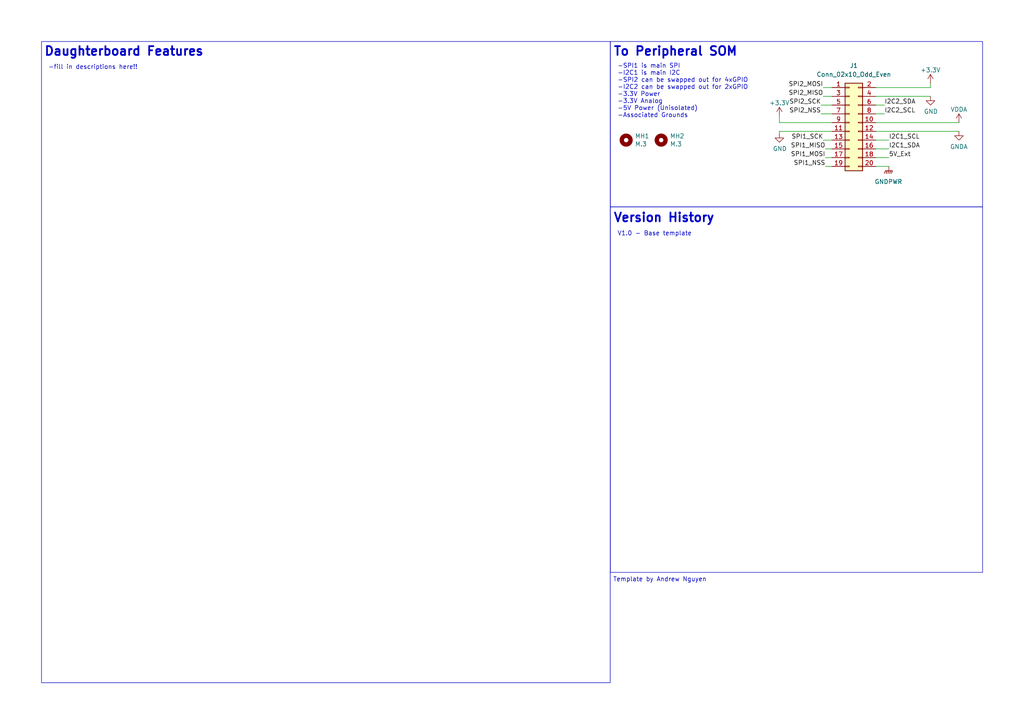
<source format=kicad_sch>
(kicad_sch (version 20230121) (generator eeschema)

  (uuid 637f68f0-cb9c-412a-8573-5d8e7ef6d8a2)

  (paper "A4")

  (lib_symbols
    (symbol "Connector_Generic:Conn_02x10_Odd_Even" (pin_names (offset 1.016) hide) (in_bom yes) (on_board yes)
      (property "Reference" "J" (at 1.27 12.7 0)
        (effects (font (size 1.27 1.27)))
      )
      (property "Value" "Conn_02x10_Odd_Even" (at 1.27 -15.24 0)
        (effects (font (size 1.27 1.27)))
      )
      (property "Footprint" "" (at 0 0 0)
        (effects (font (size 1.27 1.27)) hide)
      )
      (property "Datasheet" "~" (at 0 0 0)
        (effects (font (size 1.27 1.27)) hide)
      )
      (property "ki_keywords" "connector" (at 0 0 0)
        (effects (font (size 1.27 1.27)) hide)
      )
      (property "ki_description" "Generic connector, double row, 02x10, odd/even pin numbering scheme (row 1 odd numbers, row 2 even numbers), script generated (kicad-library-utils/schlib/autogen/connector/)" (at 0 0 0)
        (effects (font (size 1.27 1.27)) hide)
      )
      (property "ki_fp_filters" "Connector*:*_2x??_*" (at 0 0 0)
        (effects (font (size 1.27 1.27)) hide)
      )
      (symbol "Conn_02x10_Odd_Even_1_1"
        (rectangle (start -1.27 -12.573) (end 0 -12.827)
          (stroke (width 0.1524) (type default))
          (fill (type none))
        )
        (rectangle (start -1.27 -10.033) (end 0 -10.287)
          (stroke (width 0.1524) (type default))
          (fill (type none))
        )
        (rectangle (start -1.27 -7.493) (end 0 -7.747)
          (stroke (width 0.1524) (type default))
          (fill (type none))
        )
        (rectangle (start -1.27 -4.953) (end 0 -5.207)
          (stroke (width 0.1524) (type default))
          (fill (type none))
        )
        (rectangle (start -1.27 -2.413) (end 0 -2.667)
          (stroke (width 0.1524) (type default))
          (fill (type none))
        )
        (rectangle (start -1.27 0.127) (end 0 -0.127)
          (stroke (width 0.1524) (type default))
          (fill (type none))
        )
        (rectangle (start -1.27 2.667) (end 0 2.413)
          (stroke (width 0.1524) (type default))
          (fill (type none))
        )
        (rectangle (start -1.27 5.207) (end 0 4.953)
          (stroke (width 0.1524) (type default))
          (fill (type none))
        )
        (rectangle (start -1.27 7.747) (end 0 7.493)
          (stroke (width 0.1524) (type default))
          (fill (type none))
        )
        (rectangle (start -1.27 10.287) (end 0 10.033)
          (stroke (width 0.1524) (type default))
          (fill (type none))
        )
        (rectangle (start -1.27 11.43) (end 3.81 -13.97)
          (stroke (width 0.254) (type default))
          (fill (type background))
        )
        (rectangle (start 3.81 -12.573) (end 2.54 -12.827)
          (stroke (width 0.1524) (type default))
          (fill (type none))
        )
        (rectangle (start 3.81 -10.033) (end 2.54 -10.287)
          (stroke (width 0.1524) (type default))
          (fill (type none))
        )
        (rectangle (start 3.81 -7.493) (end 2.54 -7.747)
          (stroke (width 0.1524) (type default))
          (fill (type none))
        )
        (rectangle (start 3.81 -4.953) (end 2.54 -5.207)
          (stroke (width 0.1524) (type default))
          (fill (type none))
        )
        (rectangle (start 3.81 -2.413) (end 2.54 -2.667)
          (stroke (width 0.1524) (type default))
          (fill (type none))
        )
        (rectangle (start 3.81 0.127) (end 2.54 -0.127)
          (stroke (width 0.1524) (type default))
          (fill (type none))
        )
        (rectangle (start 3.81 2.667) (end 2.54 2.413)
          (stroke (width 0.1524) (type default))
          (fill (type none))
        )
        (rectangle (start 3.81 5.207) (end 2.54 4.953)
          (stroke (width 0.1524) (type default))
          (fill (type none))
        )
        (rectangle (start 3.81 7.747) (end 2.54 7.493)
          (stroke (width 0.1524) (type default))
          (fill (type none))
        )
        (rectangle (start 3.81 10.287) (end 2.54 10.033)
          (stroke (width 0.1524) (type default))
          (fill (type none))
        )
        (pin passive line (at -5.08 10.16 0) (length 3.81)
          (name "Pin_1" (effects (font (size 1.27 1.27))))
          (number "1" (effects (font (size 1.27 1.27))))
        )
        (pin passive line (at 7.62 0 180) (length 3.81)
          (name "Pin_10" (effects (font (size 1.27 1.27))))
          (number "10" (effects (font (size 1.27 1.27))))
        )
        (pin passive line (at -5.08 -2.54 0) (length 3.81)
          (name "Pin_11" (effects (font (size 1.27 1.27))))
          (number "11" (effects (font (size 1.27 1.27))))
        )
        (pin passive line (at 7.62 -2.54 180) (length 3.81)
          (name "Pin_12" (effects (font (size 1.27 1.27))))
          (number "12" (effects (font (size 1.27 1.27))))
        )
        (pin passive line (at -5.08 -5.08 0) (length 3.81)
          (name "Pin_13" (effects (font (size 1.27 1.27))))
          (number "13" (effects (font (size 1.27 1.27))))
        )
        (pin passive line (at 7.62 -5.08 180) (length 3.81)
          (name "Pin_14" (effects (font (size 1.27 1.27))))
          (number "14" (effects (font (size 1.27 1.27))))
        )
        (pin passive line (at -5.08 -7.62 0) (length 3.81)
          (name "Pin_15" (effects (font (size 1.27 1.27))))
          (number "15" (effects (font (size 1.27 1.27))))
        )
        (pin passive line (at 7.62 -7.62 180) (length 3.81)
          (name "Pin_16" (effects (font (size 1.27 1.27))))
          (number "16" (effects (font (size 1.27 1.27))))
        )
        (pin passive line (at -5.08 -10.16 0) (length 3.81)
          (name "Pin_17" (effects (font (size 1.27 1.27))))
          (number "17" (effects (font (size 1.27 1.27))))
        )
        (pin passive line (at 7.62 -10.16 180) (length 3.81)
          (name "Pin_18" (effects (font (size 1.27 1.27))))
          (number "18" (effects (font (size 1.27 1.27))))
        )
        (pin passive line (at -5.08 -12.7 0) (length 3.81)
          (name "Pin_19" (effects (font (size 1.27 1.27))))
          (number "19" (effects (font (size 1.27 1.27))))
        )
        (pin passive line (at 7.62 10.16 180) (length 3.81)
          (name "Pin_2" (effects (font (size 1.27 1.27))))
          (number "2" (effects (font (size 1.27 1.27))))
        )
        (pin passive line (at 7.62 -12.7 180) (length 3.81)
          (name "Pin_20" (effects (font (size 1.27 1.27))))
          (number "20" (effects (font (size 1.27 1.27))))
        )
        (pin passive line (at -5.08 7.62 0) (length 3.81)
          (name "Pin_3" (effects (font (size 1.27 1.27))))
          (number "3" (effects (font (size 1.27 1.27))))
        )
        (pin passive line (at 7.62 7.62 180) (length 3.81)
          (name "Pin_4" (effects (font (size 1.27 1.27))))
          (number "4" (effects (font (size 1.27 1.27))))
        )
        (pin passive line (at -5.08 5.08 0) (length 3.81)
          (name "Pin_5" (effects (font (size 1.27 1.27))))
          (number "5" (effects (font (size 1.27 1.27))))
        )
        (pin passive line (at 7.62 5.08 180) (length 3.81)
          (name "Pin_6" (effects (font (size 1.27 1.27))))
          (number "6" (effects (font (size 1.27 1.27))))
        )
        (pin passive line (at -5.08 2.54 0) (length 3.81)
          (name "Pin_7" (effects (font (size 1.27 1.27))))
          (number "7" (effects (font (size 1.27 1.27))))
        )
        (pin passive line (at 7.62 2.54 180) (length 3.81)
          (name "Pin_8" (effects (font (size 1.27 1.27))))
          (number "8" (effects (font (size 1.27 1.27))))
        )
        (pin passive line (at -5.08 0 0) (length 3.81)
          (name "Pin_9" (effects (font (size 1.27 1.27))))
          (number "9" (effects (font (size 1.27 1.27))))
        )
      )
    )
    (symbol "Mechanical:MountingHole" (pin_names (offset 1.016)) (in_bom yes) (on_board yes)
      (property "Reference" "H" (at 0 5.08 0)
        (effects (font (size 1.27 1.27)))
      )
      (property "Value" "MountingHole" (at 0 3.175 0)
        (effects (font (size 1.27 1.27)))
      )
      (property "Footprint" "" (at 0 0 0)
        (effects (font (size 1.27 1.27)) hide)
      )
      (property "Datasheet" "~" (at 0 0 0)
        (effects (font (size 1.27 1.27)) hide)
      )
      (property "ki_keywords" "mounting hole" (at 0 0 0)
        (effects (font (size 1.27 1.27)) hide)
      )
      (property "ki_description" "Mounting Hole without connection" (at 0 0 0)
        (effects (font (size 1.27 1.27)) hide)
      )
      (property "ki_fp_filters" "MountingHole*" (at 0 0 0)
        (effects (font (size 1.27 1.27)) hide)
      )
      (symbol "MountingHole_0_1"
        (circle (center 0 0) (radius 1.27)
          (stroke (width 1.27) (type default))
          (fill (type none))
        )
      )
    )
    (symbol "power:+3.3V" (power) (pin_names (offset 0)) (in_bom yes) (on_board yes)
      (property "Reference" "#PWR" (at 0 -3.81 0)
        (effects (font (size 1.27 1.27)) hide)
      )
      (property "Value" "+3.3V" (at 0 3.556 0)
        (effects (font (size 1.27 1.27)))
      )
      (property "Footprint" "" (at 0 0 0)
        (effects (font (size 1.27 1.27)) hide)
      )
      (property "Datasheet" "" (at 0 0 0)
        (effects (font (size 1.27 1.27)) hide)
      )
      (property "ki_keywords" "global power" (at 0 0 0)
        (effects (font (size 1.27 1.27)) hide)
      )
      (property "ki_description" "Power symbol creates a global label with name \"+3.3V\"" (at 0 0 0)
        (effects (font (size 1.27 1.27)) hide)
      )
      (symbol "+3.3V_0_1"
        (polyline
          (pts
            (xy -0.762 1.27)
            (xy 0 2.54)
          )
          (stroke (width 0) (type default))
          (fill (type none))
        )
        (polyline
          (pts
            (xy 0 0)
            (xy 0 2.54)
          )
          (stroke (width 0) (type default))
          (fill (type none))
        )
        (polyline
          (pts
            (xy 0 2.54)
            (xy 0.762 1.27)
          )
          (stroke (width 0) (type default))
          (fill (type none))
        )
      )
      (symbol "+3.3V_1_1"
        (pin power_in line (at 0 0 90) (length 0) hide
          (name "+3.3V" (effects (font (size 1.27 1.27))))
          (number "1" (effects (font (size 1.27 1.27))))
        )
      )
    )
    (symbol "power:GND" (power) (pin_names (offset 0)) (in_bom yes) (on_board yes)
      (property "Reference" "#PWR" (at 0 -6.35 0)
        (effects (font (size 1.27 1.27)) hide)
      )
      (property "Value" "GND" (at 0 -3.81 0)
        (effects (font (size 1.27 1.27)))
      )
      (property "Footprint" "" (at 0 0 0)
        (effects (font (size 1.27 1.27)) hide)
      )
      (property "Datasheet" "" (at 0 0 0)
        (effects (font (size 1.27 1.27)) hide)
      )
      (property "ki_keywords" "global power" (at 0 0 0)
        (effects (font (size 1.27 1.27)) hide)
      )
      (property "ki_description" "Power symbol creates a global label with name \"GND\" , ground" (at 0 0 0)
        (effects (font (size 1.27 1.27)) hide)
      )
      (symbol "GND_0_1"
        (polyline
          (pts
            (xy 0 0)
            (xy 0 -1.27)
            (xy 1.27 -1.27)
            (xy 0 -2.54)
            (xy -1.27 -1.27)
            (xy 0 -1.27)
          )
          (stroke (width 0) (type default))
          (fill (type none))
        )
      )
      (symbol "GND_1_1"
        (pin power_in line (at 0 0 270) (length 0) hide
          (name "GND" (effects (font (size 1.27 1.27))))
          (number "1" (effects (font (size 1.27 1.27))))
        )
      )
    )
    (symbol "power:GNDA" (power) (pin_names (offset 0)) (in_bom yes) (on_board yes)
      (property "Reference" "#PWR" (at 0 -6.35 0)
        (effects (font (size 1.27 1.27)) hide)
      )
      (property "Value" "GNDA" (at 0 -3.81 0)
        (effects (font (size 1.27 1.27)))
      )
      (property "Footprint" "" (at 0 0 0)
        (effects (font (size 1.27 1.27)) hide)
      )
      (property "Datasheet" "" (at 0 0 0)
        (effects (font (size 1.27 1.27)) hide)
      )
      (property "ki_keywords" "global power" (at 0 0 0)
        (effects (font (size 1.27 1.27)) hide)
      )
      (property "ki_description" "Power symbol creates a global label with name \"GNDA\" , analog ground" (at 0 0 0)
        (effects (font (size 1.27 1.27)) hide)
      )
      (symbol "GNDA_0_1"
        (polyline
          (pts
            (xy 0 0)
            (xy 0 -1.27)
            (xy 1.27 -1.27)
            (xy 0 -2.54)
            (xy -1.27 -1.27)
            (xy 0 -1.27)
          )
          (stroke (width 0) (type default))
          (fill (type none))
        )
      )
      (symbol "GNDA_1_1"
        (pin power_in line (at 0 0 270) (length 0) hide
          (name "GNDA" (effects (font (size 1.27 1.27))))
          (number "1" (effects (font (size 1.27 1.27))))
        )
      )
    )
    (symbol "power:GNDPWR" (power) (pin_names (offset 0)) (in_bom yes) (on_board yes)
      (property "Reference" "#PWR" (at 0 -5.08 0)
        (effects (font (size 1.27 1.27)) hide)
      )
      (property "Value" "GNDPWR" (at 0 -3.302 0)
        (effects (font (size 1.27 1.27)))
      )
      (property "Footprint" "" (at 0 -1.27 0)
        (effects (font (size 1.27 1.27)) hide)
      )
      (property "Datasheet" "" (at 0 -1.27 0)
        (effects (font (size 1.27 1.27)) hide)
      )
      (property "ki_keywords" "global ground" (at 0 0 0)
        (effects (font (size 1.27 1.27)) hide)
      )
      (property "ki_description" "Power symbol creates a global label with name \"GNDPWR\" , global ground" (at 0 0 0)
        (effects (font (size 1.27 1.27)) hide)
      )
      (symbol "GNDPWR_0_1"
        (polyline
          (pts
            (xy 0 -1.27)
            (xy 0 0)
          )
          (stroke (width 0) (type default))
          (fill (type none))
        )
        (polyline
          (pts
            (xy -1.016 -1.27)
            (xy -1.27 -2.032)
            (xy -1.27 -2.032)
          )
          (stroke (width 0.2032) (type default))
          (fill (type none))
        )
        (polyline
          (pts
            (xy -0.508 -1.27)
            (xy -0.762 -2.032)
            (xy -0.762 -2.032)
          )
          (stroke (width 0.2032) (type default))
          (fill (type none))
        )
        (polyline
          (pts
            (xy 0 -1.27)
            (xy -0.254 -2.032)
            (xy -0.254 -2.032)
          )
          (stroke (width 0.2032) (type default))
          (fill (type none))
        )
        (polyline
          (pts
            (xy 0.508 -1.27)
            (xy 0.254 -2.032)
            (xy 0.254 -2.032)
          )
          (stroke (width 0.2032) (type default))
          (fill (type none))
        )
        (polyline
          (pts
            (xy 1.016 -1.27)
            (xy -1.016 -1.27)
            (xy -1.016 -1.27)
          )
          (stroke (width 0.2032) (type default))
          (fill (type none))
        )
        (polyline
          (pts
            (xy 1.016 -1.27)
            (xy 0.762 -2.032)
            (xy 0.762 -2.032)
            (xy 0.762 -2.032)
          )
          (stroke (width 0.2032) (type default))
          (fill (type none))
        )
      )
      (symbol "GNDPWR_1_1"
        (pin power_in line (at 0 0 270) (length 0) hide
          (name "GNDPWR" (effects (font (size 1.27 1.27))))
          (number "1" (effects (font (size 1.27 1.27))))
        )
      )
    )
    (symbol "power:VDDA" (power) (pin_names (offset 0)) (in_bom yes) (on_board yes)
      (property "Reference" "#PWR" (at 0 -3.81 0)
        (effects (font (size 1.27 1.27)) hide)
      )
      (property "Value" "VDDA" (at 0 3.81 0)
        (effects (font (size 1.27 1.27)))
      )
      (property "Footprint" "" (at 0 0 0)
        (effects (font (size 1.27 1.27)) hide)
      )
      (property "Datasheet" "" (at 0 0 0)
        (effects (font (size 1.27 1.27)) hide)
      )
      (property "ki_keywords" "global power" (at 0 0 0)
        (effects (font (size 1.27 1.27)) hide)
      )
      (property "ki_description" "Power symbol creates a global label with name \"VDDA\"" (at 0 0 0)
        (effects (font (size 1.27 1.27)) hide)
      )
      (symbol "VDDA_0_1"
        (polyline
          (pts
            (xy -0.762 1.27)
            (xy 0 2.54)
          )
          (stroke (width 0) (type default))
          (fill (type none))
        )
        (polyline
          (pts
            (xy 0 0)
            (xy 0 2.54)
          )
          (stroke (width 0) (type default))
          (fill (type none))
        )
        (polyline
          (pts
            (xy 0 2.54)
            (xy 0.762 1.27)
          )
          (stroke (width 0) (type default))
          (fill (type none))
        )
      )
      (symbol "VDDA_1_1"
        (pin power_in line (at 0 0 90) (length 0) hide
          (name "VDDA" (effects (font (size 1.27 1.27))))
          (number "1" (effects (font (size 1.27 1.27))))
        )
      )
    )
  )


  (wire (pts (xy 254 27.94) (xy 269.875 27.94))
    (stroke (width 0) (type default))
    (uuid 0387a604-d72a-43e5-a415-17013ea6e537)
  )
  (wire (pts (xy 254 48.26) (xy 257.81 48.26))
    (stroke (width 0) (type default))
    (uuid 095beff1-d45f-4893-a729-ef56bb1145fa)
  )
  (wire (pts (xy 254 40.64) (xy 257.81 40.64))
    (stroke (width 0) (type default))
    (uuid 0ded1f11-6955-4c54-ae91-b1b23d5df2ab)
  )
  (wire (pts (xy 254 45.72) (xy 257.81 45.72))
    (stroke (width 0) (type default))
    (uuid 230faca6-d267-4e6c-afce-92353fa241bf)
  )
  (wire (pts (xy 254 25.4) (xy 269.875 25.4))
    (stroke (width 0) (type default))
    (uuid 375feb19-bdc8-42c7-a8cf-815cb0e6e5ea)
  )
  (wire (pts (xy 254 30.48) (xy 256.54 30.48))
    (stroke (width 0) (type default))
    (uuid 457d5974-018d-4018-bfa2-4292ed199205)
  )
  (wire (pts (xy 269.875 25.4) (xy 269.875 24.13))
    (stroke (width 0) (type default))
    (uuid 47913e08-4044-405f-b17a-19205d562ab0)
  )
  (wire (pts (xy 238.125 33.02) (xy 241.3 33.02))
    (stroke (width 0) (type default))
    (uuid 6988f332-3396-4fb3-b033-3c6c1e2ab43a)
  )
  (wire (pts (xy 239.395 48.26) (xy 241.3 48.26))
    (stroke (width 0) (type default))
    (uuid 6f45ad76-5efe-410a-a276-b8a03ca267e9)
  )
  (wire (pts (xy 239.395 43.18) (xy 241.3 43.18))
    (stroke (width 0) (type default))
    (uuid 7351b925-033c-426a-abbe-8cff65bee9d3)
  )
  (wire (pts (xy 238.76 40.64) (xy 241.3 40.64))
    (stroke (width 0) (type default))
    (uuid 77a24c41-18af-4c3d-9737-f92d7d1c9225)
  )
  (wire (pts (xy 278.13 38.1) (xy 254 38.1))
    (stroke (width 0) (type default))
    (uuid 77ae94bc-1414-4e3d-a0b3-10819dfe5185)
  )
  (wire (pts (xy 226.06 38.1) (xy 241.3 38.1))
    (stroke (width 0) (type default))
    (uuid 7eeba7ed-1ba8-4429-a38e-6e2703dcd4de)
  )
  (wire (pts (xy 238.125 30.48) (xy 241.3 30.48))
    (stroke (width 0) (type default))
    (uuid 8867ee5f-0ccc-4dcb-8cfe-316a854d045c)
  )
  (wire (pts (xy 226.06 35.56) (xy 241.3 35.56))
    (stroke (width 0) (type default))
    (uuid 88f30102-1f90-4286-880d-9228145d974d)
  )
  (wire (pts (xy 239.395 45.72) (xy 241.3 45.72))
    (stroke (width 0) (type default))
    (uuid 8a8a0e8c-349d-47f2-82b0-34fda66d2710)
  )
  (wire (pts (xy 278.13 35.56) (xy 254 35.56))
    (stroke (width 0) (type default))
    (uuid 958effd5-8feb-4b5c-8d44-673b71066d26)
  )
  (wire (pts (xy 226.06 38.1) (xy 226.06 38.735))
    (stroke (width 0) (type default))
    (uuid a304c4e3-e373-42ae-b41d-59f28bf76910)
  )
  (wire (pts (xy 254 33.02) (xy 256.54 33.02))
    (stroke (width 0) (type default))
    (uuid b3b35cb9-0a81-46e6-84c0-e6a430f03458)
  )
  (wire (pts (xy 238.76 27.94) (xy 241.3 27.94))
    (stroke (width 0) (type default))
    (uuid bc5774aa-212e-4fb0-bb1b-9feb73e4d23b)
  )
  (wire (pts (xy 226.06 33.655) (xy 226.06 35.56))
    (stroke (width 0) (type default))
    (uuid db2528ff-4aa9-41b2-8a40-39f7d50ad85f)
  )
  (wire (pts (xy 238.76 25.4) (xy 241.3 25.4))
    (stroke (width 0) (type default))
    (uuid e1eb8bab-262e-4bbd-b3f4-288861a74c6b)
  )
  (wire (pts (xy 254 43.18) (xy 257.81 43.18))
    (stroke (width 0) (type default))
    (uuid f02016d6-a560-4fe1-a517-957f9f06462e)
  )

  (rectangle (start 12.0396 12.0396) (end 176.9872 198.0184)
    (stroke (width 0) (type default))
    (fill (type none))
    (uuid 16c10022-fa4f-44b4-802c-86865e1f2227)
  )
  (rectangle (start 177.038 59.9948) (end 284.988 166.0144)
    (stroke (width 0) (type default))
    (fill (type none))
    (uuid 46b9c2fc-2e9c-48d5-868a-dac25cd3e95d)
  )
  (rectangle (start 177.038 12.0396) (end 284.988 59.9948)
    (stroke (width 0) (type default))
    (fill (type none))
    (uuid 7c43c85d-4bf7-4c48-adaa-b4b6c1f13363)
  )

  (text "To Peripheral SOM" (at 177.8 16.51 0)
    (effects (font (size 2.54 2.54) (thickness 0.508) bold) (justify left bottom))
    (uuid 0bfff9e0-ad91-4472-8416-6c1f9175e702)
  )
  (text "-fill in descriptions here!!" (at 13.97 20.32 0)
    (effects (font (size 1.27 1.27)) (justify left bottom))
    (uuid 492cf7b7-0d80-499f-8d4b-f6d98097ec35)
  )
  (text "Template by Andrew Nguyen" (at 177.8 168.91 0)
    (effects (font (size 1.27 1.27)) (justify left bottom))
    (uuid 574fd8e2-da3a-4be9-898d-3cdd93c81d51)
  )
  (text "Daughterboard Features" (at 12.7 16.51 0)
    (effects (font (size 2.54 2.54) (thickness 0.508) bold) (justify left bottom))
    (uuid 9feabb05-0710-4a2d-90dd-29c13b8ad2ae)
  )
  (text "-SPI1 is main SPI\n-I2C1 is main I2C\n-SPI2 can be swapped out for 4xGPIO\n-I2C2 can be swapped out for 2xGPIO\n-3.3V Power\n-3.3V Analog\n-5V Power (Unisolated)\n-Associated Grounds"
    (at 179.07 34.29 0)
    (effects (font (size 1.27 1.27)) (justify left bottom))
    (uuid db5ef01a-c1ec-4299-b209-07a4995f3cf0)
  )
  (text "V1.0 - Base template" (at 179.07 68.58 0)
    (effects (font (size 1.27 1.27)) (justify left bottom))
    (uuid e96e5cad-5141-4260-adcf-dd6bb2d1ef67)
  )
  (text "Version History" (at 177.8 64.77 0)
    (effects (font (size 2.54 2.54) (thickness 0.508) bold) (justify left bottom))
    (uuid f3ba1db6-0383-4db9-96ff-4013a23a09a1)
  )

  (label "SPI2_MOSI" (at 238.76 25.4 180) (fields_autoplaced)
    (effects (font (size 1.27 1.27)) (justify right bottom))
    (uuid 355f4ac2-80b7-4e2d-867d-8d3064f9bb8b)
  )
  (label "I2C1_SDA" (at 257.81 43.18 0) (fields_autoplaced)
    (effects (font (size 1.27 1.27)) (justify left bottom))
    (uuid 37e20dbb-0885-4844-b77e-4fc22d88bc86)
  )
  (label "SPI1_MOSI" (at 239.395 45.72 180) (fields_autoplaced)
    (effects (font (size 1.27 1.27)) (justify right bottom))
    (uuid 54dd0676-d765-469a-b7fc-011acad4d289)
  )
  (label "SPI1_NSS" (at 239.395 48.26 180) (fields_autoplaced)
    (effects (font (size 1.27 1.27)) (justify right bottom))
    (uuid 737b33b3-c933-47d4-9ec5-dd047e4be0a9)
  )
  (label "SPI1_MISO" (at 239.395 43.18 180) (fields_autoplaced)
    (effects (font (size 1.27 1.27)) (justify right bottom))
    (uuid 825a18d7-77c2-42d5-8965-709b4bccb7c9)
  )
  (label "I2C2_SCL" (at 256.54 33.02 0) (fields_autoplaced)
    (effects (font (size 1.27 1.27)) (justify left bottom))
    (uuid 85c958f8-bcd9-4b4f-837f-e11383b3feb0)
  )
  (label "5V_Ext" (at 257.81 45.72 0) (fields_autoplaced)
    (effects (font (size 1.27 1.27)) (justify left bottom))
    (uuid 9e39f5ea-de4b-4318-bd5c-c72588a57c22)
  )
  (label "I2C2_SDA" (at 256.54 30.48 0) (fields_autoplaced)
    (effects (font (size 1.27 1.27)) (justify left bottom))
    (uuid a6ab5232-a14e-45d6-9a55-15ce1866b6ae)
  )
  (label "SPI2_MISO" (at 238.76 27.94 180) (fields_autoplaced)
    (effects (font (size 1.27 1.27)) (justify right bottom))
    (uuid b4ea23da-b566-4bdd-afb2-cbabd303d339)
  )
  (label "SPI1_SCK" (at 238.76 40.64 180) (fields_autoplaced)
    (effects (font (size 1.27 1.27)) (justify right bottom))
    (uuid c57ae272-dd23-464c-918e-c0c83bf7ebef)
  )
  (label "I2C1_SCL" (at 257.81 40.64 0) (fields_autoplaced)
    (effects (font (size 1.27 1.27)) (justify left bottom))
    (uuid f020763b-8402-44fd-aaac-2c5b7cf6be94)
  )
  (label "SPI2_SCK" (at 238.125 30.48 180) (fields_autoplaced)
    (effects (font (size 1.27 1.27)) (justify right bottom))
    (uuid fb09019b-e593-4261-b926-ec1b83701f2e)
  )
  (label "SPI2_NSS" (at 238.125 33.02 180) (fields_autoplaced)
    (effects (font (size 1.27 1.27)) (justify right bottom))
    (uuid fc07fdc3-28ee-4888-ad86-d8a291ff921d)
  )

  (symbol (lib_id "Connector_Generic:Conn_02x10_Odd_Even") (at 246.38 35.56 0) (unit 1)
    (in_bom yes) (on_board yes) (dnp no)
    (uuid 1f92fd28-e836-45c4-8c7d-d1db670232ee)
    (property "Reference" "J1" (at 247.65 19.05 0)
      (effects (font (size 1.27 1.27)))
    )
    (property "Value" "Conn_02x10_Odd_Even" (at 247.65 21.59 0)
      (effects (font (size 1.27 1.27)))
    )
    (property "Footprint" "UTSVT_Connectors:Molex_53307-2071" (at 246.38 35.56 0)
      (effects (font (size 1.27 1.27)) hide)
    )
    (property "Datasheet" "https://tools.molex.com/pdm_docs/sd/533072071_sd.pdf" (at 246.38 35.56 0)
      (effects (font (size 1.27 1.27)) hide)
    )
    (property "P/N" "53307-2071" (at 246.38 35.56 0)
      (effects (font (size 1.27 1.27)) hide)
    )
    (pin "1" (uuid a4b3d995-f93e-40c8-82b9-c5e513ff8861))
    (pin "10" (uuid 701a770f-f339-4011-b0bc-a93b9a70b077))
    (pin "11" (uuid 56259a2c-ca69-48b2-b218-515a22c8fdef))
    (pin "12" (uuid 9457bb64-7568-4be0-8a46-8069ae46d1d4))
    (pin "13" (uuid 823ce591-b478-4b46-9603-2f3d82b34ac9))
    (pin "14" (uuid ec55a7e6-a487-4f22-88c5-6078896d5f41))
    (pin "15" (uuid 891d977b-33b4-4a50-b3d5-3064abfedd70))
    (pin "16" (uuid 9d58ad88-a7ec-402a-8499-d585e3b88406))
    (pin "17" (uuid 2fade4b9-fada-4564-be36-83252ef8ab97))
    (pin "18" (uuid 876a079f-d566-4675-90bd-858345b893ff))
    (pin "19" (uuid 33e8a490-f7c7-40e8-8823-d4fcf8938662))
    (pin "2" (uuid ce6bea64-556a-4d75-a63b-158eab1ab2c9))
    (pin "20" (uuid d143a9b9-d8f1-4e97-af40-858c0cbc874b))
    (pin "3" (uuid c390d5ff-2b95-46ed-8fff-d16a736ca3b9))
    (pin "4" (uuid cb5b0f04-6937-4a98-8e7a-f706b53b4f57))
    (pin "5" (uuid d36ff9dd-11f1-4f3d-9b97-305479fd7b13))
    (pin "6" (uuid f77aaf52-7943-460f-a77e-2fa139dc86ba))
    (pin "7" (uuid 5c92c2d6-9c1c-489f-9e28-bc91e892c62c))
    (pin "8" (uuid e8da0272-865e-4c0a-9379-c4ce9ab9c73c))
    (pin "9" (uuid 24b7b75c-e6c7-42a4-81cf-303ac53f81ac))
    (instances
      (project "Peripheral-SOM-Daughterboard"
        (path "/637f68f0-cb9c-412a-8573-5d8e7ef6d8a2"
          (reference "J1") (unit 1)
        )
      )
      (project "BPS-PeripheralSOM"
        (path "/d5ebd247-5a7c-47c2-8aee-beabaef72d6d"
          (reference "J4") (unit 1)
        )
      )
    )
  )

  (symbol (lib_id "power:GNDA") (at 278.13 38.1 0) (unit 1)
    (in_bom yes) (on_board yes) (dnp no)
    (uuid 2469d7e1-9656-4703-8d3a-2a2192a52531)
    (property "Reference" "#PWR07" (at 278.13 44.45 0)
      (effects (font (size 1.27 1.27)) hide)
    )
    (property "Value" "GNDA" (at 278.13 42.545 0)
      (effects (font (size 1.27 1.27)))
    )
    (property "Footprint" "" (at 278.13 38.1 0)
      (effects (font (size 1.27 1.27)) hide)
    )
    (property "Datasheet" "" (at 278.13 38.1 0)
      (effects (font (size 1.27 1.27)) hide)
    )
    (pin "1" (uuid 6ffb20a6-cbbb-4d97-8db0-595c519bd7c3))
    (instances
      (project "Peripheral-SOM-Daughterboard"
        (path "/637f68f0-cb9c-412a-8573-5d8e7ef6d8a2"
          (reference "#PWR07") (unit 1)
        )
      )
      (project "BPS-PeripheralSOM"
        (path "/d5ebd247-5a7c-47c2-8aee-beabaef72d6d"
          (reference "#PWR056") (unit 1)
        )
      )
    )
  )

  (symbol (lib_id "power:GND") (at 269.875 27.94 0) (unit 1)
    (in_bom yes) (on_board yes) (dnp no)
    (uuid 24e44db2-336a-4147-832a-70bc048d18a3)
    (property "Reference" "#PWR033" (at 269.875 34.29 0)
      (effects (font (size 1.27 1.27)) hide)
    )
    (property "Value" "GND" (at 270.002 32.3342 0)
      (effects (font (size 1.27 1.27)))
    )
    (property "Footprint" "" (at 269.875 27.94 0)
      (effects (font (size 1.27 1.27)) hide)
    )
    (property "Datasheet" "" (at 269.875 27.94 0)
      (effects (font (size 1.27 1.27)) hide)
    )
    (pin "1" (uuid 2a335b0e-b58f-4ee5-a61f-12a8e1a114f6))
    (instances
      (project "BPS-Minion"
        (path "/2babaac7-f526-4cf0-9fd3-e41c8ce76812"
          (reference "#PWR033") (unit 1)
        )
      )
      (project "Peripheral-SOM-Daughterboard"
        (path "/637f68f0-cb9c-412a-8573-5d8e7ef6d8a2"
          (reference "#PWR05") (unit 1)
        )
      )
      (project "Power-SupplementalMonitoringPCB"
        (path "/ba586973-3294-470f-8aa0-28c45686a0b3"
          (reference "#PWR020") (unit 1)
        )
      )
      (project "BPS-PeripheralSOM"
        (path "/d5ebd247-5a7c-47c2-8aee-beabaef72d6d"
          (reference "#PWR036") (unit 1)
        )
      )
    )
  )

  (symbol (lib_id "power:+3.3V") (at 269.875 24.13 0) (unit 1)
    (in_bom yes) (on_board yes) (dnp no) (fields_autoplaced)
    (uuid 2a308fa7-b218-46e6-9aff-6af03efe2fb6)
    (property "Reference" "#PWR04" (at 269.875 27.94 0)
      (effects (font (size 1.27 1.27)) hide)
    )
    (property "Value" "+3.3V" (at 269.875 20.32 0)
      (effects (font (size 1.27 1.27)))
    )
    (property "Footprint" "" (at 269.875 24.13 0)
      (effects (font (size 1.27 1.27)) hide)
    )
    (property "Datasheet" "" (at 269.875 24.13 0)
      (effects (font (size 1.27 1.27)) hide)
    )
    (pin "1" (uuid f59fa7f5-3b99-47ef-8dc0-6ee5b361dfc8))
    (instances
      (project "Peripheral-SOM-Daughterboard"
        (path "/637f68f0-cb9c-412a-8573-5d8e7ef6d8a2"
          (reference "#PWR04") (unit 1)
        )
      )
      (project "BPS-PeripheralSOM"
        (path "/d5ebd247-5a7c-47c2-8aee-beabaef72d6d"
          (reference "#PWR033") (unit 1)
        )
      )
    )
  )

  (symbol (lib_id "power:+3.3V") (at 226.06 33.655 0) (unit 1)
    (in_bom yes) (on_board yes) (dnp no) (fields_autoplaced)
    (uuid 5a2000fc-3a02-4d52-a3a8-559f8ebc6b75)
    (property "Reference" "#PWR01" (at 226.06 37.465 0)
      (effects (font (size 1.27 1.27)) hide)
    )
    (property "Value" "+3.3V" (at 226.06 29.845 0)
      (effects (font (size 1.27 1.27)))
    )
    (property "Footprint" "" (at 226.06 33.655 0)
      (effects (font (size 1.27 1.27)) hide)
    )
    (property "Datasheet" "" (at 226.06 33.655 0)
      (effects (font (size 1.27 1.27)) hide)
    )
    (pin "1" (uuid d1d3b10e-74e4-4992-9806-75a8ecdcbc06))
    (instances
      (project "Peripheral-SOM-Daughterboard"
        (path "/637f68f0-cb9c-412a-8573-5d8e7ef6d8a2"
          (reference "#PWR01") (unit 1)
        )
      )
      (project "BPS-PeripheralSOM"
        (path "/d5ebd247-5a7c-47c2-8aee-beabaef72d6d"
          (reference "#PWR043") (unit 1)
        )
      )
    )
  )

  (symbol (lib_id "power:GND") (at 226.06 38.735 0) (unit 1)
    (in_bom yes) (on_board yes) (dnp no)
    (uuid 82a5a915-2c6c-40a3-920c-d41cffc48e6c)
    (property "Reference" "#PWR033" (at 226.06 45.085 0)
      (effects (font (size 1.27 1.27)) hide)
    )
    (property "Value" "GND" (at 226.187 43.1292 0)
      (effects (font (size 1.27 1.27)))
    )
    (property "Footprint" "" (at 226.06 38.735 0)
      (effects (font (size 1.27 1.27)) hide)
    )
    (property "Datasheet" "" (at 226.06 38.735 0)
      (effects (font (size 1.27 1.27)) hide)
    )
    (pin "1" (uuid 494d8342-8d47-4261-a9ec-2f880bd39181))
    (instances
      (project "BPS-Minion"
        (path "/2babaac7-f526-4cf0-9fd3-e41c8ce76812"
          (reference "#PWR033") (unit 1)
        )
      )
      (project "Peripheral-SOM-Daughterboard"
        (path "/637f68f0-cb9c-412a-8573-5d8e7ef6d8a2"
          (reference "#PWR02") (unit 1)
        )
      )
      (project "Power-SupplementalMonitoringPCB"
        (path "/ba586973-3294-470f-8aa0-28c45686a0b3"
          (reference "#PWR020") (unit 1)
        )
      )
      (project "BPS-PeripheralSOM"
        (path "/d5ebd247-5a7c-47c2-8aee-beabaef72d6d"
          (reference "#PWR044") (unit 1)
        )
      )
    )
  )

  (symbol (lib_id "Mechanical:MountingHole") (at 181.61 40.64 0) (unit 1)
    (in_bom yes) (on_board yes) (dnp no)
    (uuid cedf7050-a369-4e29-9199-3ee827a84191)
    (property "Reference" "MH1" (at 184.15 39.4716 0)
      (effects (font (size 1.27 1.27)) (justify left))
    )
    (property "Value" "M.3" (at 184.15 41.783 0)
      (effects (font (size 1.27 1.27)) (justify left))
    )
    (property "Footprint" "MountingHole:MountingHole_3mm" (at 181.61 40.64 0)
      (effects (font (size 1.27 1.27)) hide)
    )
    (property "Datasheet" "~" (at 181.61 40.64 0)
      (effects (font (size 1.27 1.27)) hide)
    )
    (instances
      (project "Peripheral-SOM-Daughterboard"
        (path "/637f68f0-cb9c-412a-8573-5d8e7ef6d8a2"
          (reference "MH1") (unit 1)
        )
      )
      (project "BPS-Leader"
        (path "/c248b171-df31-4e8a-afb6-607fa2df334b"
          (reference "MH1") (unit 1)
        )
      )
      (project "BPS-PeripheralSOM"
        (path "/d5ebd247-5a7c-47c2-8aee-beabaef72d6d"
          (reference "MH1") (unit 1)
        )
      )
    )
  )

  (symbol (lib_id "Mechanical:MountingHole") (at 191.77 40.64 0) (unit 1)
    (in_bom yes) (on_board yes) (dnp no)
    (uuid cfa1a436-fcca-442f-a02d-af72033c79c7)
    (property "Reference" "MH2" (at 194.31 39.4716 0)
      (effects (font (size 1.27 1.27)) (justify left))
    )
    (property "Value" "M.3" (at 194.31 41.783 0)
      (effects (font (size 1.27 1.27)) (justify left))
    )
    (property "Footprint" "MountingHole:MountingHole_3mm" (at 191.77 40.64 0)
      (effects (font (size 1.27 1.27)) hide)
    )
    (property "Datasheet" "~" (at 191.77 40.64 0)
      (effects (font (size 1.27 1.27)) hide)
    )
    (instances
      (project "Peripheral-SOM-Daughterboard"
        (path "/637f68f0-cb9c-412a-8573-5d8e7ef6d8a2"
          (reference "MH2") (unit 1)
        )
      )
      (project "BPS-Leader"
        (path "/c248b171-df31-4e8a-afb6-607fa2df334b"
          (reference "MH2") (unit 1)
        )
      )
      (project "BPS-PeripheralSOM"
        (path "/d5ebd247-5a7c-47c2-8aee-beabaef72d6d"
          (reference "MH2") (unit 1)
        )
      )
    )
  )

  (symbol (lib_id "power:GNDPWR") (at 257.81 48.26 0) (unit 1)
    (in_bom yes) (on_board yes) (dnp no) (fields_autoplaced)
    (uuid de61e197-918f-4b02-9081-8f2e3767a502)
    (property "Reference" "#PWR03" (at 257.81 53.34 0)
      (effects (font (size 1.27 1.27)) hide)
    )
    (property "Value" "GNDPWR" (at 257.683 52.705 0)
      (effects (font (size 1.27 1.27)))
    )
    (property "Footprint" "" (at 257.81 49.53 0)
      (effects (font (size 1.27 1.27)) hide)
    )
    (property "Datasheet" "" (at 257.81 49.53 0)
      (effects (font (size 1.27 1.27)) hide)
    )
    (pin "1" (uuid 930c80ad-e362-4b66-9553-bee911aa2e2a))
    (instances
      (project "Peripheral-SOM-Daughterboard"
        (path "/637f68f0-cb9c-412a-8573-5d8e7ef6d8a2"
          (reference "#PWR03") (unit 1)
        )
      )
      (project "BPS-PeripheralSOM"
        (path "/d5ebd247-5a7c-47c2-8aee-beabaef72d6d"
          (reference "#PWR028") (unit 1)
        )
      )
    )
  )

  (symbol (lib_id "power:VDDA") (at 278.13 35.56 0) (unit 1)
    (in_bom yes) (on_board yes) (dnp no)
    (uuid f9f4887f-dbec-4e5f-bb93-308eadd251cb)
    (property "Reference" "#PWR06" (at 278.13 39.37 0)
      (effects (font (size 1.27 1.27)) hide)
    )
    (property "Value" "VDDA" (at 278.13 31.75 0)
      (effects (font (size 1.27 1.27)))
    )
    (property "Footprint" "" (at 278.13 35.56 0)
      (effects (font (size 1.27 1.27)) hide)
    )
    (property "Datasheet" "" (at 278.13 35.56 0)
      (effects (font (size 1.27 1.27)) hide)
    )
    (pin "1" (uuid e9be77e2-5c0c-4953-ac06-e8bdf0c51821))
    (instances
      (project "Peripheral-SOM-Daughterboard"
        (path "/637f68f0-cb9c-412a-8573-5d8e7ef6d8a2"
          (reference "#PWR06") (unit 1)
        )
      )
      (project "BPS-PeripheralSOM"
        (path "/d5ebd247-5a7c-47c2-8aee-beabaef72d6d"
          (reference "#PWR055") (unit 1)
        )
      )
    )
  )

  (sheet_instances
    (path "/" (page "1"))
  )
)

</source>
